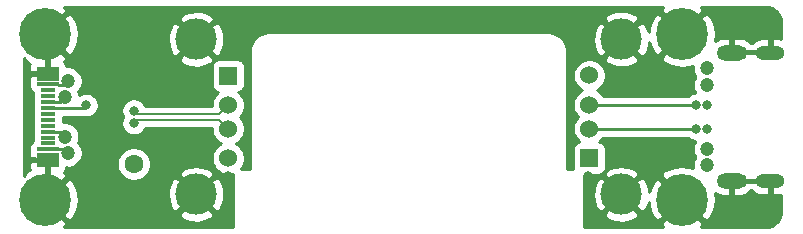
<source format=gbr>
%TF.GenerationSoftware,KiCad,Pcbnew,5.1.6-c6e7f7d~87~ubuntu18.04.1*%
%TF.CreationDate,2020-09-20T16:09:31-04:00*%
%TF.ProjectId,bt500-usbc,62743530-302d-4757-9362-632e6b696361,rev?*%
%TF.SameCoordinates,Original*%
%TF.FileFunction,Copper,L4,Bot*%
%TF.FilePolarity,Positive*%
%FSLAX46Y46*%
G04 Gerber Fmt 4.6, Leading zero omitted, Abs format (unit mm)*
G04 Created by KiCad (PCBNEW 5.1.6-c6e7f7d~87~ubuntu18.04.1) date 2020-09-20 16:09:31*
%MOMM*%
%LPD*%
G01*
G04 APERTURE LIST*
%TA.AperFunction,ComponentPad*%
%ADD10O,2.450000X1.225000*%
%TD*%
%TA.AperFunction,ComponentPad*%
%ADD11O,2.600000X1.300000*%
%TD*%
%TA.AperFunction,SMDPad,CuDef*%
%ADD12R,1.850000X0.300000*%
%TD*%
%TA.AperFunction,SMDPad,CuDef*%
%ADD13R,1.250000X0.300000*%
%TD*%
%TA.AperFunction,SMDPad,CuDef*%
%ADD14R,1.850000X1.180000*%
%TD*%
%TA.AperFunction,ComponentPad*%
%ADD15C,1.524000*%
%TD*%
%TA.AperFunction,ComponentPad*%
%ADD16R,1.524000X1.524000*%
%TD*%
%TA.AperFunction,ComponentPad*%
%ADD17C,3.500000*%
%TD*%
%TA.AperFunction,ComponentPad*%
%ADD18C,4.400000*%
%TD*%
%TA.AperFunction,ViaPad*%
%ADD19C,0.800000*%
%TD*%
%TA.AperFunction,ViaPad*%
%ADD20C,1.200000*%
%TD*%
%TA.AperFunction,ViaPad*%
%ADD21C,1.600000*%
%TD*%
%TA.AperFunction,Conductor*%
%ADD22C,0.250000*%
%TD*%
%TA.AperFunction,Conductor*%
%ADD23C,0.500000*%
%TD*%
%TA.AperFunction,Conductor*%
%ADD24C,0.200000*%
%TD*%
%TA.AperFunction,Conductor*%
%ADD25C,0.254000*%
%TD*%
G04 APERTURE END LIST*
D10*
%TO.P,J2,S3*%
%TO.N,/SHIELD*%
X181630000Y-101640000D03*
%TO.P,J2,S4*%
X181630000Y-90840000D03*
D11*
%TO.P,J2,S1*%
X178400000Y-101640000D03*
%TO.P,J2,S2*%
X178400000Y-90840000D03*
%TD*%
D12*
%TO.P,J1,B12*%
%TO.N,GND*%
X120475000Y-99000000D03*
D13*
%TO.P,J1,B11*%
%TO.N,Net-(J1-PadB11)*%
X120475000Y-98500000D03*
%TO.P,J1,B10*%
%TO.N,Net-(J1-PadB10)*%
X120475000Y-98000000D03*
%TO.P,J1,B9*%
%TO.N,VBUS*%
X120475000Y-97500000D03*
%TO.P,J1,B8*%
%TO.N,Net-(J1-PadB8)*%
X120475000Y-97000000D03*
%TO.P,J1,B7*%
%TO.N,N/C*%
X120475000Y-96500000D03*
%TO.P,J1,B6*%
X120475000Y-96000000D03*
%TO.P,J1,B5*%
%TO.N,Net-(J1-PadB5)*%
X120475000Y-95500000D03*
%TO.P,J1,B4*%
%TO.N,VBUS*%
X120475000Y-95000000D03*
%TO.P,J1,B3*%
%TO.N,Net-(J1-PadB3)*%
X120475000Y-94500000D03*
%TO.P,J1,B2*%
%TO.N,Net-(J1-PadB2)*%
X120475000Y-94000000D03*
D12*
%TO.P,J1,B1*%
%TO.N,GND*%
X120475000Y-93500000D03*
D14*
%TO.P,J1,S3*%
%TO.N,/SHIELD*%
X120475000Y-99890000D03*
%TO.P,J1,S4*%
X120475000Y-92610000D03*
%TD*%
D15*
%TO.P,P2,4*%
%TO.N,GND*%
X166328125Y-92740000D03*
%TO.P,P2,3*%
%TO.N,/UFP_D+*%
X166328125Y-95240000D03*
%TO.P,P2,2*%
%TO.N,/UFP_D-*%
X166328125Y-97240000D03*
D16*
%TO.P,P2,1*%
%TO.N,VBUS*%
X166328125Y-99740000D03*
D17*
%TO.P,P2,5*%
%TO.N,/SHIELD*%
X169038125Y-102810000D03*
X169038125Y-89670000D03*
%TD*%
D15*
%TO.P,P1,4*%
%TO.N,GND*%
X135750000Y-99750000D03*
%TO.P,P1,3*%
%TO.N,/DFP_D+*%
X135750000Y-97250000D03*
%TO.P,P1,2*%
%TO.N,/DFP_D-*%
X135750000Y-95250000D03*
D16*
%TO.P,P1,1*%
%TO.N,VBUS*%
X135750000Y-92750000D03*
D17*
%TO.P,P1,5*%
%TO.N,/SHIELD*%
X133040000Y-89680000D03*
X133040000Y-102820000D03*
%TD*%
D18*
%TO.P,H4,1*%
%TO.N,/SHIELD*%
X174172000Y-103250000D03*
%TD*%
%TO.P,H3,1*%
%TO.N,/SHIELD*%
X174172000Y-89250000D03*
%TD*%
%TO.P,H2,1*%
%TO.N,/SHIELD*%
X120250000Y-103250000D03*
%TD*%
%TO.P,H1,1*%
%TO.N,/SHIELD*%
X120250000Y-89250000D03*
%TD*%
D19*
%TO.N,Net-(J1-PadB5)*%
X123750000Y-95250000D03*
%TO.N,/SHIELD*%
X135750000Y-105250000D03*
X135750000Y-104250000D03*
X135750000Y-103250000D03*
X135750000Y-102250000D03*
X135750000Y-101250000D03*
X166250000Y-105250000D03*
X166250000Y-104250000D03*
X166250000Y-103250000D03*
X166250000Y-102250000D03*
X166250000Y-101250000D03*
D20*
%TO.N,GND*%
X176328125Y-92150000D03*
X122200002Y-99302420D03*
X122200002Y-93197580D03*
X176328125Y-100350000D03*
D21*
X127750000Y-100250000D03*
D20*
%TO.N,VBUS*%
X176328125Y-93550000D03*
X176328125Y-98950000D03*
X121900002Y-94575000D03*
X121900002Y-97925000D03*
D19*
%TO.N,/DFP_D-*%
X127750000Y-95725000D03*
%TO.N,/DFP_D+*%
X127750000Y-96775000D03*
%TO.N,/UFP_D-*%
X175328125Y-97250000D03*
X176328125Y-95250000D03*
%TO.N,/UFP_D+*%
X176328125Y-97250000D03*
X175328125Y-95250000D03*
%TD*%
D22*
%TO.N,Net-(J1-PadB5)*%
X123500000Y-95500000D02*
X123750000Y-95250000D01*
X120475000Y-95500000D02*
X123500000Y-95500000D01*
D23*
%TO.N,/SHIELD*%
X120475000Y-103025000D02*
X120250000Y-103250000D01*
X120475000Y-89475000D02*
X120250000Y-89250000D01*
X120475000Y-92610000D02*
X120475000Y-89475000D01*
X120475000Y-99890000D02*
X120475000Y-103025000D01*
D22*
%TO.N,GND*%
X122200002Y-93197580D02*
X121872581Y-93525001D01*
X121660001Y-93525001D02*
X121360003Y-93525001D01*
X121872581Y-93525001D02*
X121660001Y-93525001D01*
X121872581Y-98974999D02*
X121360003Y-98974999D01*
X122200002Y-99302420D02*
X121872581Y-98974999D01*
%TO.N,VBUS*%
X121475002Y-97500000D02*
X121900002Y-97925000D01*
X120475000Y-97500000D02*
X121475002Y-97500000D01*
X121475002Y-95000000D02*
X121900002Y-94575000D01*
X120475000Y-95000000D02*
X121475002Y-95000000D01*
D24*
%TO.N,/DFP_D-*%
X128050000Y-96025000D02*
X134975000Y-96025000D01*
X127750000Y-95725000D02*
X128050000Y-96025000D01*
X134975000Y-96025000D02*
X135750000Y-95250000D01*
%TO.N,/DFP_D+*%
X134975000Y-96475000D02*
X135750000Y-97250000D01*
X127750000Y-96775000D02*
X128050000Y-96475000D01*
X128050000Y-96475000D02*
X134975000Y-96475000D01*
D22*
%TO.N,/UFP_D-*%
X175328125Y-97250000D02*
X166338125Y-97250000D01*
%TO.N,/UFP_D+*%
X175328125Y-95250000D02*
X166338125Y-95250000D01*
%TD*%
D25*
%TO.N,/SHIELD*%
G36*
X174668351Y-98053937D02*
G01*
X174837869Y-98167205D01*
X175026227Y-98245226D01*
X175226186Y-98285000D01*
X175287142Y-98285000D01*
X175233682Y-98365008D01*
X175140585Y-98589764D01*
X175093125Y-98828363D01*
X175093125Y-99071637D01*
X175140585Y-99310236D01*
X175233682Y-99534992D01*
X175310528Y-99650000D01*
X175233682Y-99765008D01*
X175140585Y-99989764D01*
X175093125Y-100228363D01*
X175093125Y-100471637D01*
X175113127Y-100572192D01*
X174712867Y-100453099D01*
X174156826Y-100401322D01*
X173601368Y-100459019D01*
X173067839Y-100623972D01*
X172601976Y-100872982D01*
X172361830Y-101260225D01*
X174172000Y-103070395D01*
X174186143Y-103056253D01*
X174365748Y-103235858D01*
X174351605Y-103250000D01*
X176161775Y-105060170D01*
X176549018Y-104820024D01*
X176809641Y-104326123D01*
X176968901Y-103790867D01*
X177020678Y-103234826D01*
X176962981Y-102679368D01*
X176955278Y-102654454D01*
X177140919Y-102778585D01*
X177374749Y-102875533D01*
X177623000Y-102925000D01*
X178273000Y-102925000D01*
X178273000Y-101767000D01*
X178527000Y-101767000D01*
X178527000Y-102925000D01*
X179177000Y-102925000D01*
X179425251Y-102875533D01*
X179659081Y-102778585D01*
X179869505Y-102637882D01*
X180048436Y-102458830D01*
X180057878Y-102444689D01*
X180218830Y-102606701D01*
X180422770Y-102743939D01*
X180649565Y-102838753D01*
X180890500Y-102887500D01*
X181503000Y-102887500D01*
X181503000Y-101767000D01*
X178527000Y-101767000D01*
X178273000Y-101767000D01*
X178253000Y-101767000D01*
X178253000Y-101543653D01*
X178266594Y-101550919D01*
X178395717Y-101590088D01*
X178530000Y-101603314D01*
X178563647Y-101600000D01*
X181777000Y-101600000D01*
X181777000Y-101767000D01*
X181757000Y-101767000D01*
X181757000Y-102887500D01*
X182369500Y-102887500D01*
X182565000Y-102847946D01*
X182565001Y-104216485D01*
X182536733Y-104504782D01*
X182462741Y-104749855D01*
X182342554Y-104975893D01*
X182180754Y-105174279D01*
X181983503Y-105337460D01*
X181758310Y-105459221D01*
X181513753Y-105534924D01*
X181227602Y-105565000D01*
X175780484Y-105565000D01*
X175982170Y-105239775D01*
X174172000Y-103429605D01*
X172361830Y-105239775D01*
X172563516Y-105565000D01*
X165877000Y-105565000D01*
X165877000Y-104479609D01*
X167548122Y-104479609D01*
X167734198Y-104820766D01*
X168151534Y-105036513D01*
X168602940Y-105166696D01*
X169071071Y-105206313D01*
X169537936Y-105153842D01*
X169985593Y-105011297D01*
X170342052Y-104820766D01*
X170528128Y-104479609D01*
X169038125Y-102989605D01*
X167548122Y-104479609D01*
X165877000Y-104479609D01*
X165877000Y-102842946D01*
X166641812Y-102842946D01*
X166694283Y-103309811D01*
X166836828Y-103757468D01*
X167027359Y-104113927D01*
X167368516Y-104300003D01*
X168858520Y-102810000D01*
X169217730Y-102810000D01*
X170707734Y-104300003D01*
X171048891Y-104113927D01*
X171264638Y-103696591D01*
X171340729Y-103432749D01*
X171381019Y-103820632D01*
X171545972Y-104354161D01*
X171794982Y-104820024D01*
X172182225Y-105060170D01*
X173992395Y-103250000D01*
X172182225Y-101439830D01*
X171794982Y-101679976D01*
X171534359Y-102173877D01*
X171412628Y-102583001D01*
X171381967Y-102310189D01*
X171239422Y-101862532D01*
X171048891Y-101506073D01*
X170707734Y-101319997D01*
X169217730Y-102810000D01*
X168858520Y-102810000D01*
X167368516Y-101319997D01*
X167027359Y-101506073D01*
X166811612Y-101923409D01*
X166681429Y-102374815D01*
X166641812Y-102842946D01*
X165877000Y-102842946D01*
X165877000Y-101140391D01*
X167548122Y-101140391D01*
X169038125Y-102630395D01*
X170528128Y-101140391D01*
X170342052Y-100799234D01*
X169924716Y-100583487D01*
X169473310Y-100453304D01*
X169005179Y-100413687D01*
X168538314Y-100466158D01*
X168090657Y-100608703D01*
X167734198Y-100799234D01*
X167548122Y-101140391D01*
X165877000Y-101140391D01*
X165877000Y-101140072D01*
X167090125Y-101140072D01*
X167214607Y-101127812D01*
X167334305Y-101091502D01*
X167444619Y-101032537D01*
X167541310Y-100953185D01*
X167620662Y-100856494D01*
X167679627Y-100746180D01*
X167715937Y-100626482D01*
X167728197Y-100502000D01*
X167728197Y-98978000D01*
X167715937Y-98853518D01*
X167679627Y-98733820D01*
X167620662Y-98623506D01*
X167541310Y-98526815D01*
X167444619Y-98447463D01*
X167334305Y-98388498D01*
X167214607Y-98352188D01*
X167182833Y-98349059D01*
X167218660Y-98325120D01*
X167413245Y-98130535D01*
X167493784Y-98010000D01*
X174624414Y-98010000D01*
X174668351Y-98053937D01*
G37*
X174668351Y-98053937D02*
X174837869Y-98167205D01*
X175026227Y-98245226D01*
X175226186Y-98285000D01*
X175287142Y-98285000D01*
X175233682Y-98365008D01*
X175140585Y-98589764D01*
X175093125Y-98828363D01*
X175093125Y-99071637D01*
X175140585Y-99310236D01*
X175233682Y-99534992D01*
X175310528Y-99650000D01*
X175233682Y-99765008D01*
X175140585Y-99989764D01*
X175093125Y-100228363D01*
X175093125Y-100471637D01*
X175113127Y-100572192D01*
X174712867Y-100453099D01*
X174156826Y-100401322D01*
X173601368Y-100459019D01*
X173067839Y-100623972D01*
X172601976Y-100872982D01*
X172361830Y-101260225D01*
X174172000Y-103070395D01*
X174186143Y-103056253D01*
X174365748Y-103235858D01*
X174351605Y-103250000D01*
X176161775Y-105060170D01*
X176549018Y-104820024D01*
X176809641Y-104326123D01*
X176968901Y-103790867D01*
X177020678Y-103234826D01*
X176962981Y-102679368D01*
X176955278Y-102654454D01*
X177140919Y-102778585D01*
X177374749Y-102875533D01*
X177623000Y-102925000D01*
X178273000Y-102925000D01*
X178273000Y-101767000D01*
X178527000Y-101767000D01*
X178527000Y-102925000D01*
X179177000Y-102925000D01*
X179425251Y-102875533D01*
X179659081Y-102778585D01*
X179869505Y-102637882D01*
X180048436Y-102458830D01*
X180057878Y-102444689D01*
X180218830Y-102606701D01*
X180422770Y-102743939D01*
X180649565Y-102838753D01*
X180890500Y-102887500D01*
X181503000Y-102887500D01*
X181503000Y-101767000D01*
X178527000Y-101767000D01*
X178273000Y-101767000D01*
X178253000Y-101767000D01*
X178253000Y-101543653D01*
X178266594Y-101550919D01*
X178395717Y-101590088D01*
X178530000Y-101603314D01*
X178563647Y-101600000D01*
X181777000Y-101600000D01*
X181777000Y-101767000D01*
X181757000Y-101767000D01*
X181757000Y-102887500D01*
X182369500Y-102887500D01*
X182565000Y-102847946D01*
X182565001Y-104216485D01*
X182536733Y-104504782D01*
X182462741Y-104749855D01*
X182342554Y-104975893D01*
X182180754Y-105174279D01*
X181983503Y-105337460D01*
X181758310Y-105459221D01*
X181513753Y-105534924D01*
X181227602Y-105565000D01*
X175780484Y-105565000D01*
X175982170Y-105239775D01*
X174172000Y-103429605D01*
X172361830Y-105239775D01*
X172563516Y-105565000D01*
X165877000Y-105565000D01*
X165877000Y-104479609D01*
X167548122Y-104479609D01*
X167734198Y-104820766D01*
X168151534Y-105036513D01*
X168602940Y-105166696D01*
X169071071Y-105206313D01*
X169537936Y-105153842D01*
X169985593Y-105011297D01*
X170342052Y-104820766D01*
X170528128Y-104479609D01*
X169038125Y-102989605D01*
X167548122Y-104479609D01*
X165877000Y-104479609D01*
X165877000Y-102842946D01*
X166641812Y-102842946D01*
X166694283Y-103309811D01*
X166836828Y-103757468D01*
X167027359Y-104113927D01*
X167368516Y-104300003D01*
X168858520Y-102810000D01*
X169217730Y-102810000D01*
X170707734Y-104300003D01*
X171048891Y-104113927D01*
X171264638Y-103696591D01*
X171340729Y-103432749D01*
X171381019Y-103820632D01*
X171545972Y-104354161D01*
X171794982Y-104820024D01*
X172182225Y-105060170D01*
X173992395Y-103250000D01*
X172182225Y-101439830D01*
X171794982Y-101679976D01*
X171534359Y-102173877D01*
X171412628Y-102583001D01*
X171381967Y-102310189D01*
X171239422Y-101862532D01*
X171048891Y-101506073D01*
X170707734Y-101319997D01*
X169217730Y-102810000D01*
X168858520Y-102810000D01*
X167368516Y-101319997D01*
X167027359Y-101506073D01*
X166811612Y-101923409D01*
X166681429Y-102374815D01*
X166641812Y-102842946D01*
X165877000Y-102842946D01*
X165877000Y-101140391D01*
X167548122Y-101140391D01*
X169038125Y-102630395D01*
X170528128Y-101140391D01*
X170342052Y-100799234D01*
X169924716Y-100583487D01*
X169473310Y-100453304D01*
X169005179Y-100413687D01*
X168538314Y-100466158D01*
X168090657Y-100608703D01*
X167734198Y-100799234D01*
X167548122Y-101140391D01*
X165877000Y-101140391D01*
X165877000Y-101140072D01*
X167090125Y-101140072D01*
X167214607Y-101127812D01*
X167334305Y-101091502D01*
X167444619Y-101032537D01*
X167541310Y-100953185D01*
X167620662Y-100856494D01*
X167679627Y-100746180D01*
X167715937Y-100626482D01*
X167728197Y-100502000D01*
X167728197Y-98978000D01*
X167715937Y-98853518D01*
X167679627Y-98733820D01*
X167620662Y-98623506D01*
X167541310Y-98526815D01*
X167444619Y-98447463D01*
X167334305Y-98388498D01*
X167214607Y-98352188D01*
X167182833Y-98349059D01*
X167218660Y-98325120D01*
X167413245Y-98130535D01*
X167493784Y-98010000D01*
X174624414Y-98010000D01*
X174668351Y-98053937D01*
G36*
X172361830Y-87260225D02*
G01*
X174172000Y-89070395D01*
X175982170Y-87260225D01*
X175780484Y-86935000D01*
X181216495Y-86935000D01*
X181504782Y-86963267D01*
X181749855Y-87037259D01*
X181975890Y-87157443D01*
X182174281Y-87319248D01*
X182337460Y-87516497D01*
X182459220Y-87741687D01*
X182534924Y-87986247D01*
X182565000Y-88272398D01*
X182565001Y-89632055D01*
X182369500Y-89592500D01*
X181757000Y-89592500D01*
X181757000Y-90713000D01*
X181777000Y-90713000D01*
X181777000Y-90880000D01*
X178563647Y-90880000D01*
X178530000Y-90876686D01*
X178496353Y-90880000D01*
X178395717Y-90889912D01*
X178266594Y-90929081D01*
X178253000Y-90936347D01*
X178253000Y-90713000D01*
X178273000Y-90713000D01*
X178273000Y-89555000D01*
X178527000Y-89555000D01*
X178527000Y-90713000D01*
X181503000Y-90713000D01*
X181503000Y-89592500D01*
X180890500Y-89592500D01*
X180649565Y-89641247D01*
X180422770Y-89736061D01*
X180218830Y-89873299D01*
X180057878Y-90035311D01*
X180048436Y-90021170D01*
X179869505Y-89842118D01*
X179659081Y-89701415D01*
X179425251Y-89604467D01*
X179177000Y-89555000D01*
X178527000Y-89555000D01*
X178273000Y-89555000D01*
X177623000Y-89555000D01*
X177374749Y-89604467D01*
X177140919Y-89701415D01*
X176959403Y-89822788D01*
X176968901Y-89790867D01*
X177020678Y-89234826D01*
X176962981Y-88679368D01*
X176798028Y-88145839D01*
X176549018Y-87679976D01*
X176161775Y-87439830D01*
X174351605Y-89250000D01*
X174365748Y-89264143D01*
X174186143Y-89443748D01*
X174172000Y-89429605D01*
X172361830Y-91239775D01*
X172601976Y-91627018D01*
X173095877Y-91887641D01*
X173631133Y-92046901D01*
X174187174Y-92098678D01*
X174742632Y-92040981D01*
X175113418Y-91926344D01*
X175093125Y-92028363D01*
X175093125Y-92271637D01*
X175140585Y-92510236D01*
X175233682Y-92734992D01*
X175310528Y-92850000D01*
X175233682Y-92965008D01*
X175140585Y-93189764D01*
X175093125Y-93428363D01*
X175093125Y-93671637D01*
X175140585Y-93910236D01*
X175233682Y-94134992D01*
X175287142Y-94215000D01*
X175226186Y-94215000D01*
X175026227Y-94254774D01*
X174837869Y-94332795D01*
X174668351Y-94446063D01*
X174624414Y-94490000D01*
X167507148Y-94490000D01*
X167413245Y-94349465D01*
X167218660Y-94154880D01*
X166989852Y-94001995D01*
X166960894Y-93990000D01*
X166989852Y-93978005D01*
X167218660Y-93825120D01*
X167413245Y-93630535D01*
X167566130Y-93401727D01*
X167671439Y-93147490D01*
X167725125Y-92877592D01*
X167725125Y-92602408D01*
X167671439Y-92332510D01*
X167566130Y-92078273D01*
X167413245Y-91849465D01*
X167218660Y-91654880D01*
X166989852Y-91501995D01*
X166735615Y-91396686D01*
X166465717Y-91343000D01*
X166190533Y-91343000D01*
X165920635Y-91396686D01*
X165666398Y-91501995D01*
X165437590Y-91654880D01*
X165243005Y-91849465D01*
X165090120Y-92078273D01*
X164984811Y-92332510D01*
X164931125Y-92602408D01*
X164931125Y-92877592D01*
X164984811Y-93147490D01*
X165090120Y-93401727D01*
X165243005Y-93630535D01*
X165437590Y-93825120D01*
X165666398Y-93978005D01*
X165695356Y-93990000D01*
X165666398Y-94001995D01*
X165437590Y-94154880D01*
X165243005Y-94349465D01*
X165090120Y-94578273D01*
X164984811Y-94832510D01*
X164931125Y-95102408D01*
X164931125Y-95377592D01*
X164984811Y-95647490D01*
X165090120Y-95901727D01*
X165243005Y-96130535D01*
X165352470Y-96240000D01*
X165243005Y-96349465D01*
X165090120Y-96578273D01*
X164984811Y-96832510D01*
X164931125Y-97102408D01*
X164931125Y-97377592D01*
X164984811Y-97647490D01*
X165090120Y-97901727D01*
X165243005Y-98130535D01*
X165437590Y-98325120D01*
X165473417Y-98349059D01*
X165441643Y-98352188D01*
X165321945Y-98388498D01*
X165211631Y-98447463D01*
X165114940Y-98526815D01*
X165035588Y-98623506D01*
X164976623Y-98733820D01*
X164940313Y-98853518D01*
X164928053Y-98978000D01*
X164928053Y-100502000D01*
X164939970Y-100623000D01*
X164435000Y-100623000D01*
X164435000Y-91339609D01*
X167548122Y-91339609D01*
X167734198Y-91680766D01*
X168151534Y-91896513D01*
X168602940Y-92026696D01*
X169071071Y-92066313D01*
X169537936Y-92013842D01*
X169985593Y-91871297D01*
X170342052Y-91680766D01*
X170528128Y-91339609D01*
X169038125Y-89849605D01*
X167548122Y-91339609D01*
X164435000Y-91339609D01*
X164435000Y-90716353D01*
X164432113Y-90687045D01*
X164432156Y-90680933D01*
X164431223Y-90671415D01*
X164410822Y-90477318D01*
X164398339Y-90416504D01*
X164386705Y-90355519D01*
X164383941Y-90346363D01*
X164326229Y-90159925D01*
X164302170Y-90102692D01*
X164278913Y-90045127D01*
X164274423Y-90036682D01*
X164181598Y-89865006D01*
X164146878Y-89813532D01*
X164112883Y-89761582D01*
X164106838Y-89754170D01*
X164064462Y-89702946D01*
X166641812Y-89702946D01*
X166694283Y-90169811D01*
X166836828Y-90617468D01*
X167027359Y-90973927D01*
X167368516Y-91160003D01*
X168858520Y-89670000D01*
X169217730Y-89670000D01*
X170707734Y-91160003D01*
X171048891Y-90973927D01*
X171264638Y-90556591D01*
X171394821Y-90105185D01*
X171410761Y-89916831D01*
X171545972Y-90354161D01*
X171794982Y-90820024D01*
X172182225Y-91060170D01*
X173992395Y-89250000D01*
X172182225Y-87439830D01*
X171794982Y-87679976D01*
X171534359Y-88173877D01*
X171375099Y-88709133D01*
X171343435Y-89049180D01*
X171239422Y-88722532D01*
X171048891Y-88366073D01*
X170707734Y-88179997D01*
X169217730Y-89670000D01*
X168858520Y-89670000D01*
X167368516Y-88179997D01*
X167027359Y-88366073D01*
X166811612Y-88783409D01*
X166681429Y-89234815D01*
X166641812Y-89702946D01*
X164064462Y-89702946D01*
X163982435Y-89603793D01*
X163938362Y-89560027D01*
X163894943Y-89515689D01*
X163887574Y-89509592D01*
X163736332Y-89386242D01*
X163684614Y-89351881D01*
X163633393Y-89316809D01*
X163624980Y-89312260D01*
X163452657Y-89220635D01*
X163395261Y-89196978D01*
X163338193Y-89172519D01*
X163329057Y-89169690D01*
X163142220Y-89113281D01*
X163081302Y-89101219D01*
X163020590Y-89088314D01*
X163011078Y-89087314D01*
X162816845Y-89068269D01*
X162816837Y-89068269D01*
X162783647Y-89065000D01*
X139216353Y-89065000D01*
X139187045Y-89067887D01*
X139180933Y-89067844D01*
X139171415Y-89068777D01*
X138977318Y-89089178D01*
X138916504Y-89101661D01*
X138855519Y-89113295D01*
X138846363Y-89116059D01*
X138659925Y-89173771D01*
X138602692Y-89197830D01*
X138545127Y-89221087D01*
X138536682Y-89225577D01*
X138365006Y-89318402D01*
X138313532Y-89353122D01*
X138261582Y-89387117D01*
X138254170Y-89393162D01*
X138103793Y-89517565D01*
X138060027Y-89561638D01*
X138015689Y-89605057D01*
X138009592Y-89612426D01*
X137886242Y-89763668D01*
X137851881Y-89815386D01*
X137816809Y-89866607D01*
X137812260Y-89875020D01*
X137720635Y-90047343D01*
X137696978Y-90104739D01*
X137672519Y-90161807D01*
X137669690Y-90170943D01*
X137613281Y-90357780D01*
X137601219Y-90418698D01*
X137588314Y-90479410D01*
X137587314Y-90488922D01*
X137568269Y-90683155D01*
X137568269Y-90683173D01*
X137565001Y-90716353D01*
X137565000Y-100623000D01*
X136846837Y-100623000D01*
X136988005Y-100411727D01*
X137093314Y-100157490D01*
X137147000Y-99887592D01*
X137147000Y-99612408D01*
X137093314Y-99342510D01*
X136988005Y-99088273D01*
X136835120Y-98859465D01*
X136640535Y-98664880D01*
X136411727Y-98511995D01*
X136382769Y-98500000D01*
X136411727Y-98488005D01*
X136640535Y-98335120D01*
X136835120Y-98140535D01*
X136988005Y-97911727D01*
X137093314Y-97657490D01*
X137147000Y-97387592D01*
X137147000Y-97112408D01*
X137093314Y-96842510D01*
X136988005Y-96588273D01*
X136835120Y-96359465D01*
X136725655Y-96250000D01*
X136835120Y-96140535D01*
X136988005Y-95911727D01*
X137093314Y-95657490D01*
X137147000Y-95387592D01*
X137147000Y-95112408D01*
X137093314Y-94842510D01*
X136988005Y-94588273D01*
X136835120Y-94359465D01*
X136640535Y-94164880D01*
X136604708Y-94140941D01*
X136636482Y-94137812D01*
X136756180Y-94101502D01*
X136866494Y-94042537D01*
X136963185Y-93963185D01*
X137042537Y-93866494D01*
X137101502Y-93756180D01*
X137137812Y-93636482D01*
X137150072Y-93512000D01*
X137150072Y-91988000D01*
X137137812Y-91863518D01*
X137101502Y-91743820D01*
X137042537Y-91633506D01*
X136963185Y-91536815D01*
X136866494Y-91457463D01*
X136756180Y-91398498D01*
X136636482Y-91362188D01*
X136512000Y-91349928D01*
X134988000Y-91349928D01*
X134863518Y-91362188D01*
X134743820Y-91398498D01*
X134633506Y-91457463D01*
X134536815Y-91536815D01*
X134457463Y-91633506D01*
X134398498Y-91743820D01*
X134362188Y-91863518D01*
X134349928Y-91988000D01*
X134349928Y-93512000D01*
X134362188Y-93636482D01*
X134398498Y-93756180D01*
X134457463Y-93866494D01*
X134536815Y-93963185D01*
X134633506Y-94042537D01*
X134743820Y-94101502D01*
X134863518Y-94137812D01*
X134895292Y-94140941D01*
X134859465Y-94164880D01*
X134664880Y-94359465D01*
X134511995Y-94588273D01*
X134406686Y-94842510D01*
X134353000Y-95112408D01*
X134353000Y-95290000D01*
X128690093Y-95290000D01*
X128667205Y-95234744D01*
X128553937Y-95065226D01*
X128409774Y-94921063D01*
X128240256Y-94807795D01*
X128051898Y-94729774D01*
X127851939Y-94690000D01*
X127648061Y-94690000D01*
X127448102Y-94729774D01*
X127259744Y-94807795D01*
X127090226Y-94921063D01*
X126946063Y-95065226D01*
X126832795Y-95234744D01*
X126754774Y-95423102D01*
X126715000Y-95623061D01*
X126715000Y-95826939D01*
X126754774Y-96026898D01*
X126832795Y-96215256D01*
X126856010Y-96250000D01*
X126832795Y-96284744D01*
X126754774Y-96473102D01*
X126715000Y-96673061D01*
X126715000Y-96876939D01*
X126754774Y-97076898D01*
X126832795Y-97265256D01*
X126946063Y-97434774D01*
X127090226Y-97578937D01*
X127259744Y-97692205D01*
X127448102Y-97770226D01*
X127648061Y-97810000D01*
X127851939Y-97810000D01*
X128051898Y-97770226D01*
X128240256Y-97692205D01*
X128409774Y-97578937D01*
X128553937Y-97434774D01*
X128667205Y-97265256D01*
X128690093Y-97210000D01*
X134353000Y-97210000D01*
X134353000Y-97387592D01*
X134406686Y-97657490D01*
X134511995Y-97911727D01*
X134664880Y-98140535D01*
X134859465Y-98335120D01*
X135088273Y-98488005D01*
X135117231Y-98500000D01*
X135088273Y-98511995D01*
X134859465Y-98664880D01*
X134664880Y-98859465D01*
X134511995Y-99088273D01*
X134406686Y-99342510D01*
X134353000Y-99612408D01*
X134353000Y-99887592D01*
X134406686Y-100157490D01*
X134511995Y-100411727D01*
X134664880Y-100640535D01*
X134859465Y-100835120D01*
X135088273Y-100988005D01*
X135342510Y-101093314D01*
X135612408Y-101147000D01*
X135887592Y-101147000D01*
X136123000Y-101100174D01*
X136123000Y-105565000D01*
X121858484Y-105565000D01*
X122060170Y-105239775D01*
X120250000Y-103429605D01*
X120235858Y-103443748D01*
X120056253Y-103264143D01*
X120070395Y-103250000D01*
X120429605Y-103250000D01*
X122239775Y-105060170D01*
X122627018Y-104820024D01*
X122801372Y-104489609D01*
X131549997Y-104489609D01*
X131736073Y-104830766D01*
X132153409Y-105046513D01*
X132604815Y-105176696D01*
X133072946Y-105216313D01*
X133539811Y-105163842D01*
X133987468Y-105021297D01*
X134343927Y-104830766D01*
X134530003Y-104489609D01*
X133040000Y-102999605D01*
X131549997Y-104489609D01*
X122801372Y-104489609D01*
X122887641Y-104326123D01*
X123046901Y-103790867D01*
X123098678Y-103234826D01*
X123059012Y-102852946D01*
X130643687Y-102852946D01*
X130696158Y-103319811D01*
X130838703Y-103767468D01*
X131029234Y-104123927D01*
X131370391Y-104310003D01*
X132860395Y-102820000D01*
X133219605Y-102820000D01*
X134709609Y-104310003D01*
X135050766Y-104123927D01*
X135266513Y-103706591D01*
X135396696Y-103255185D01*
X135436313Y-102787054D01*
X135383842Y-102320189D01*
X135241297Y-101872532D01*
X135050766Y-101516073D01*
X134709609Y-101329997D01*
X133219605Y-102820000D01*
X132860395Y-102820000D01*
X131370391Y-101329997D01*
X131029234Y-101516073D01*
X130813487Y-101933409D01*
X130683304Y-102384815D01*
X130643687Y-102852946D01*
X123059012Y-102852946D01*
X123040981Y-102679368D01*
X122876028Y-102145839D01*
X122627018Y-101679976D01*
X122239775Y-101439830D01*
X120429605Y-103250000D01*
X120070395Y-103250000D01*
X120056253Y-103235858D01*
X120235858Y-103056253D01*
X120250000Y-103070395D01*
X122060170Y-101260225D01*
X121853995Y-100927761D01*
X121930537Y-100834494D01*
X121989502Y-100724180D01*
X122025812Y-100604482D01*
X122033300Y-100528456D01*
X122078365Y-100537420D01*
X122321639Y-100537420D01*
X122560238Y-100489960D01*
X122784994Y-100396863D01*
X122987269Y-100261707D01*
X123140311Y-100108665D01*
X126315000Y-100108665D01*
X126315000Y-100391335D01*
X126370147Y-100668574D01*
X126478320Y-100929727D01*
X126635363Y-101164759D01*
X126835241Y-101364637D01*
X127070273Y-101521680D01*
X127331426Y-101629853D01*
X127608665Y-101685000D01*
X127891335Y-101685000D01*
X128168574Y-101629853D01*
X128429727Y-101521680D01*
X128664759Y-101364637D01*
X128864637Y-101164759D01*
X128874237Y-101150391D01*
X131549997Y-101150391D01*
X133040000Y-102640395D01*
X134530003Y-101150391D01*
X134343927Y-100809234D01*
X133926591Y-100593487D01*
X133475185Y-100463304D01*
X133007054Y-100423687D01*
X132540189Y-100476158D01*
X132092532Y-100618703D01*
X131736073Y-100809234D01*
X131549997Y-101150391D01*
X128874237Y-101150391D01*
X129021680Y-100929727D01*
X129129853Y-100668574D01*
X129185000Y-100391335D01*
X129185000Y-100108665D01*
X129129853Y-99831426D01*
X129021680Y-99570273D01*
X128864637Y-99335241D01*
X128664759Y-99135363D01*
X128429727Y-98978320D01*
X128168574Y-98870147D01*
X127891335Y-98815000D01*
X127608665Y-98815000D01*
X127331426Y-98870147D01*
X127070273Y-98978320D01*
X126835241Y-99135363D01*
X126635363Y-99335241D01*
X126478320Y-99570273D01*
X126370147Y-99831426D01*
X126315000Y-100108665D01*
X123140311Y-100108665D01*
X123159289Y-100089687D01*
X123294445Y-99887412D01*
X123387542Y-99662656D01*
X123435002Y-99424057D01*
X123435002Y-99180783D01*
X123387542Y-98942184D01*
X123294445Y-98717428D01*
X123159289Y-98515153D01*
X123041215Y-98397079D01*
X123087542Y-98285236D01*
X123135002Y-98046637D01*
X123135002Y-97803363D01*
X123087542Y-97564764D01*
X122994445Y-97340008D01*
X122859289Y-97137733D01*
X122687269Y-96965713D01*
X122484994Y-96830557D01*
X122260238Y-96737460D01*
X122021639Y-96690000D01*
X121778365Y-96690000D01*
X121733249Y-96698974D01*
X121738072Y-96650000D01*
X121738072Y-96350000D01*
X121729208Y-96260000D01*
X123462678Y-96260000D01*
X123500000Y-96263676D01*
X123527326Y-96260985D01*
X123648061Y-96285000D01*
X123851939Y-96285000D01*
X124051898Y-96245226D01*
X124240256Y-96167205D01*
X124409774Y-96053937D01*
X124553937Y-95909774D01*
X124667205Y-95740256D01*
X124745226Y-95551898D01*
X124785000Y-95351939D01*
X124785000Y-95148061D01*
X124745226Y-94948102D01*
X124667205Y-94759744D01*
X124553937Y-94590226D01*
X124409774Y-94446063D01*
X124240256Y-94332795D01*
X124051898Y-94254774D01*
X123851939Y-94215000D01*
X123648061Y-94215000D01*
X123448102Y-94254774D01*
X123259744Y-94332795D01*
X123128467Y-94420511D01*
X123087542Y-94214764D01*
X123041215Y-94102921D01*
X123159289Y-93984847D01*
X123294445Y-93782572D01*
X123387542Y-93557816D01*
X123435002Y-93319217D01*
X123435002Y-93075943D01*
X123387542Y-92837344D01*
X123294445Y-92612588D01*
X123159289Y-92410313D01*
X122987269Y-92238293D01*
X122784994Y-92103137D01*
X122560238Y-92010040D01*
X122321639Y-91962580D01*
X122078365Y-91962580D01*
X122033300Y-91971544D01*
X122025812Y-91895518D01*
X121989502Y-91775820D01*
X121930537Y-91665506D01*
X121853995Y-91572239D01*
X121992057Y-91349609D01*
X131549997Y-91349609D01*
X131736073Y-91690766D01*
X132153409Y-91906513D01*
X132604815Y-92036696D01*
X133072946Y-92076313D01*
X133539811Y-92023842D01*
X133987468Y-91881297D01*
X134343927Y-91690766D01*
X134530003Y-91349609D01*
X133040000Y-89859605D01*
X131549997Y-91349609D01*
X121992057Y-91349609D01*
X122060170Y-91239775D01*
X120250000Y-89429605D01*
X120235858Y-89443748D01*
X120056253Y-89264143D01*
X120070395Y-89250000D01*
X120429605Y-89250000D01*
X122239775Y-91060170D01*
X122627018Y-90820024D01*
X122887641Y-90326123D01*
X123046901Y-89790867D01*
X123054156Y-89712946D01*
X130643687Y-89712946D01*
X130696158Y-90179811D01*
X130838703Y-90627468D01*
X131029234Y-90983927D01*
X131370391Y-91170003D01*
X132860395Y-89680000D01*
X133219605Y-89680000D01*
X134709609Y-91170003D01*
X135050766Y-90983927D01*
X135266513Y-90566591D01*
X135396696Y-90115185D01*
X135436313Y-89647054D01*
X135383842Y-89180189D01*
X135241297Y-88732532D01*
X135050766Y-88376073D01*
X134709609Y-88189997D01*
X133219605Y-89680000D01*
X132860395Y-89680000D01*
X131370391Y-88189997D01*
X131029234Y-88376073D01*
X130813487Y-88793409D01*
X130683304Y-89244815D01*
X130643687Y-89712946D01*
X123054156Y-89712946D01*
X123098678Y-89234826D01*
X123040981Y-88679368D01*
X122876028Y-88145839D01*
X122803630Y-88010391D01*
X131549997Y-88010391D01*
X133040000Y-89500395D01*
X134530003Y-88010391D01*
X134524549Y-88000391D01*
X167548122Y-88000391D01*
X169038125Y-89490395D01*
X170528128Y-88000391D01*
X170342052Y-87659234D01*
X169924716Y-87443487D01*
X169473310Y-87313304D01*
X169005179Y-87273687D01*
X168538314Y-87326158D01*
X168090657Y-87468703D01*
X167734198Y-87659234D01*
X167548122Y-88000391D01*
X134524549Y-88000391D01*
X134343927Y-87669234D01*
X133926591Y-87453487D01*
X133475185Y-87323304D01*
X133007054Y-87283687D01*
X132540189Y-87336158D01*
X132092532Y-87478703D01*
X131736073Y-87669234D01*
X131549997Y-88010391D01*
X122803630Y-88010391D01*
X122627018Y-87679976D01*
X122239775Y-87439830D01*
X120429605Y-89250000D01*
X120070395Y-89250000D01*
X120056253Y-89235858D01*
X120235858Y-89056253D01*
X120250000Y-89070395D01*
X122060170Y-87260225D01*
X121858484Y-86935000D01*
X172563516Y-86935000D01*
X172361830Y-87260225D01*
G37*
X172361830Y-87260225D02*
X174172000Y-89070395D01*
X175982170Y-87260225D01*
X175780484Y-86935000D01*
X181216495Y-86935000D01*
X181504782Y-86963267D01*
X181749855Y-87037259D01*
X181975890Y-87157443D01*
X182174281Y-87319248D01*
X182337460Y-87516497D01*
X182459220Y-87741687D01*
X182534924Y-87986247D01*
X182565000Y-88272398D01*
X182565001Y-89632055D01*
X182369500Y-89592500D01*
X181757000Y-89592500D01*
X181757000Y-90713000D01*
X181777000Y-90713000D01*
X181777000Y-90880000D01*
X178563647Y-90880000D01*
X178530000Y-90876686D01*
X178496353Y-90880000D01*
X178395717Y-90889912D01*
X178266594Y-90929081D01*
X178253000Y-90936347D01*
X178253000Y-90713000D01*
X178273000Y-90713000D01*
X178273000Y-89555000D01*
X178527000Y-89555000D01*
X178527000Y-90713000D01*
X181503000Y-90713000D01*
X181503000Y-89592500D01*
X180890500Y-89592500D01*
X180649565Y-89641247D01*
X180422770Y-89736061D01*
X180218830Y-89873299D01*
X180057878Y-90035311D01*
X180048436Y-90021170D01*
X179869505Y-89842118D01*
X179659081Y-89701415D01*
X179425251Y-89604467D01*
X179177000Y-89555000D01*
X178527000Y-89555000D01*
X178273000Y-89555000D01*
X177623000Y-89555000D01*
X177374749Y-89604467D01*
X177140919Y-89701415D01*
X176959403Y-89822788D01*
X176968901Y-89790867D01*
X177020678Y-89234826D01*
X176962981Y-88679368D01*
X176798028Y-88145839D01*
X176549018Y-87679976D01*
X176161775Y-87439830D01*
X174351605Y-89250000D01*
X174365748Y-89264143D01*
X174186143Y-89443748D01*
X174172000Y-89429605D01*
X172361830Y-91239775D01*
X172601976Y-91627018D01*
X173095877Y-91887641D01*
X173631133Y-92046901D01*
X174187174Y-92098678D01*
X174742632Y-92040981D01*
X175113418Y-91926344D01*
X175093125Y-92028363D01*
X175093125Y-92271637D01*
X175140585Y-92510236D01*
X175233682Y-92734992D01*
X175310528Y-92850000D01*
X175233682Y-92965008D01*
X175140585Y-93189764D01*
X175093125Y-93428363D01*
X175093125Y-93671637D01*
X175140585Y-93910236D01*
X175233682Y-94134992D01*
X175287142Y-94215000D01*
X175226186Y-94215000D01*
X175026227Y-94254774D01*
X174837869Y-94332795D01*
X174668351Y-94446063D01*
X174624414Y-94490000D01*
X167507148Y-94490000D01*
X167413245Y-94349465D01*
X167218660Y-94154880D01*
X166989852Y-94001995D01*
X166960894Y-93990000D01*
X166989852Y-93978005D01*
X167218660Y-93825120D01*
X167413245Y-93630535D01*
X167566130Y-93401727D01*
X167671439Y-93147490D01*
X167725125Y-92877592D01*
X167725125Y-92602408D01*
X167671439Y-92332510D01*
X167566130Y-92078273D01*
X167413245Y-91849465D01*
X167218660Y-91654880D01*
X166989852Y-91501995D01*
X166735615Y-91396686D01*
X166465717Y-91343000D01*
X166190533Y-91343000D01*
X165920635Y-91396686D01*
X165666398Y-91501995D01*
X165437590Y-91654880D01*
X165243005Y-91849465D01*
X165090120Y-92078273D01*
X164984811Y-92332510D01*
X164931125Y-92602408D01*
X164931125Y-92877592D01*
X164984811Y-93147490D01*
X165090120Y-93401727D01*
X165243005Y-93630535D01*
X165437590Y-93825120D01*
X165666398Y-93978005D01*
X165695356Y-93990000D01*
X165666398Y-94001995D01*
X165437590Y-94154880D01*
X165243005Y-94349465D01*
X165090120Y-94578273D01*
X164984811Y-94832510D01*
X164931125Y-95102408D01*
X164931125Y-95377592D01*
X164984811Y-95647490D01*
X165090120Y-95901727D01*
X165243005Y-96130535D01*
X165352470Y-96240000D01*
X165243005Y-96349465D01*
X165090120Y-96578273D01*
X164984811Y-96832510D01*
X164931125Y-97102408D01*
X164931125Y-97377592D01*
X164984811Y-97647490D01*
X165090120Y-97901727D01*
X165243005Y-98130535D01*
X165437590Y-98325120D01*
X165473417Y-98349059D01*
X165441643Y-98352188D01*
X165321945Y-98388498D01*
X165211631Y-98447463D01*
X165114940Y-98526815D01*
X165035588Y-98623506D01*
X164976623Y-98733820D01*
X164940313Y-98853518D01*
X164928053Y-98978000D01*
X164928053Y-100502000D01*
X164939970Y-100623000D01*
X164435000Y-100623000D01*
X164435000Y-91339609D01*
X167548122Y-91339609D01*
X167734198Y-91680766D01*
X168151534Y-91896513D01*
X168602940Y-92026696D01*
X169071071Y-92066313D01*
X169537936Y-92013842D01*
X169985593Y-91871297D01*
X170342052Y-91680766D01*
X170528128Y-91339609D01*
X169038125Y-89849605D01*
X167548122Y-91339609D01*
X164435000Y-91339609D01*
X164435000Y-90716353D01*
X164432113Y-90687045D01*
X164432156Y-90680933D01*
X164431223Y-90671415D01*
X164410822Y-90477318D01*
X164398339Y-90416504D01*
X164386705Y-90355519D01*
X164383941Y-90346363D01*
X164326229Y-90159925D01*
X164302170Y-90102692D01*
X164278913Y-90045127D01*
X164274423Y-90036682D01*
X164181598Y-89865006D01*
X164146878Y-89813532D01*
X164112883Y-89761582D01*
X164106838Y-89754170D01*
X164064462Y-89702946D01*
X166641812Y-89702946D01*
X166694283Y-90169811D01*
X166836828Y-90617468D01*
X167027359Y-90973927D01*
X167368516Y-91160003D01*
X168858520Y-89670000D01*
X169217730Y-89670000D01*
X170707734Y-91160003D01*
X171048891Y-90973927D01*
X171264638Y-90556591D01*
X171394821Y-90105185D01*
X171410761Y-89916831D01*
X171545972Y-90354161D01*
X171794982Y-90820024D01*
X172182225Y-91060170D01*
X173992395Y-89250000D01*
X172182225Y-87439830D01*
X171794982Y-87679976D01*
X171534359Y-88173877D01*
X171375099Y-88709133D01*
X171343435Y-89049180D01*
X171239422Y-88722532D01*
X171048891Y-88366073D01*
X170707734Y-88179997D01*
X169217730Y-89670000D01*
X168858520Y-89670000D01*
X167368516Y-88179997D01*
X167027359Y-88366073D01*
X166811612Y-88783409D01*
X166681429Y-89234815D01*
X166641812Y-89702946D01*
X164064462Y-89702946D01*
X163982435Y-89603793D01*
X163938362Y-89560027D01*
X163894943Y-89515689D01*
X163887574Y-89509592D01*
X163736332Y-89386242D01*
X163684614Y-89351881D01*
X163633393Y-89316809D01*
X163624980Y-89312260D01*
X163452657Y-89220635D01*
X163395261Y-89196978D01*
X163338193Y-89172519D01*
X163329057Y-89169690D01*
X163142220Y-89113281D01*
X163081302Y-89101219D01*
X163020590Y-89088314D01*
X163011078Y-89087314D01*
X162816845Y-89068269D01*
X162816837Y-89068269D01*
X162783647Y-89065000D01*
X139216353Y-89065000D01*
X139187045Y-89067887D01*
X139180933Y-89067844D01*
X139171415Y-89068777D01*
X138977318Y-89089178D01*
X138916504Y-89101661D01*
X138855519Y-89113295D01*
X138846363Y-89116059D01*
X138659925Y-89173771D01*
X138602692Y-89197830D01*
X138545127Y-89221087D01*
X138536682Y-89225577D01*
X138365006Y-89318402D01*
X138313532Y-89353122D01*
X138261582Y-89387117D01*
X138254170Y-89393162D01*
X138103793Y-89517565D01*
X138060027Y-89561638D01*
X138015689Y-89605057D01*
X138009592Y-89612426D01*
X137886242Y-89763668D01*
X137851881Y-89815386D01*
X137816809Y-89866607D01*
X137812260Y-89875020D01*
X137720635Y-90047343D01*
X137696978Y-90104739D01*
X137672519Y-90161807D01*
X137669690Y-90170943D01*
X137613281Y-90357780D01*
X137601219Y-90418698D01*
X137588314Y-90479410D01*
X137587314Y-90488922D01*
X137568269Y-90683155D01*
X137568269Y-90683173D01*
X137565001Y-90716353D01*
X137565000Y-100623000D01*
X136846837Y-100623000D01*
X136988005Y-100411727D01*
X137093314Y-100157490D01*
X137147000Y-99887592D01*
X137147000Y-99612408D01*
X137093314Y-99342510D01*
X136988005Y-99088273D01*
X136835120Y-98859465D01*
X136640535Y-98664880D01*
X136411727Y-98511995D01*
X136382769Y-98500000D01*
X136411727Y-98488005D01*
X136640535Y-98335120D01*
X136835120Y-98140535D01*
X136988005Y-97911727D01*
X137093314Y-97657490D01*
X137147000Y-97387592D01*
X137147000Y-97112408D01*
X137093314Y-96842510D01*
X136988005Y-96588273D01*
X136835120Y-96359465D01*
X136725655Y-96250000D01*
X136835120Y-96140535D01*
X136988005Y-95911727D01*
X137093314Y-95657490D01*
X137147000Y-95387592D01*
X137147000Y-95112408D01*
X137093314Y-94842510D01*
X136988005Y-94588273D01*
X136835120Y-94359465D01*
X136640535Y-94164880D01*
X136604708Y-94140941D01*
X136636482Y-94137812D01*
X136756180Y-94101502D01*
X136866494Y-94042537D01*
X136963185Y-93963185D01*
X137042537Y-93866494D01*
X137101502Y-93756180D01*
X137137812Y-93636482D01*
X137150072Y-93512000D01*
X137150072Y-91988000D01*
X137137812Y-91863518D01*
X137101502Y-91743820D01*
X137042537Y-91633506D01*
X136963185Y-91536815D01*
X136866494Y-91457463D01*
X136756180Y-91398498D01*
X136636482Y-91362188D01*
X136512000Y-91349928D01*
X134988000Y-91349928D01*
X134863518Y-91362188D01*
X134743820Y-91398498D01*
X134633506Y-91457463D01*
X134536815Y-91536815D01*
X134457463Y-91633506D01*
X134398498Y-91743820D01*
X134362188Y-91863518D01*
X134349928Y-91988000D01*
X134349928Y-93512000D01*
X134362188Y-93636482D01*
X134398498Y-93756180D01*
X134457463Y-93866494D01*
X134536815Y-93963185D01*
X134633506Y-94042537D01*
X134743820Y-94101502D01*
X134863518Y-94137812D01*
X134895292Y-94140941D01*
X134859465Y-94164880D01*
X134664880Y-94359465D01*
X134511995Y-94588273D01*
X134406686Y-94842510D01*
X134353000Y-95112408D01*
X134353000Y-95290000D01*
X128690093Y-95290000D01*
X128667205Y-95234744D01*
X128553937Y-95065226D01*
X128409774Y-94921063D01*
X128240256Y-94807795D01*
X128051898Y-94729774D01*
X127851939Y-94690000D01*
X127648061Y-94690000D01*
X127448102Y-94729774D01*
X127259744Y-94807795D01*
X127090226Y-94921063D01*
X126946063Y-95065226D01*
X126832795Y-95234744D01*
X126754774Y-95423102D01*
X126715000Y-95623061D01*
X126715000Y-95826939D01*
X126754774Y-96026898D01*
X126832795Y-96215256D01*
X126856010Y-96250000D01*
X126832795Y-96284744D01*
X126754774Y-96473102D01*
X126715000Y-96673061D01*
X126715000Y-96876939D01*
X126754774Y-97076898D01*
X126832795Y-97265256D01*
X126946063Y-97434774D01*
X127090226Y-97578937D01*
X127259744Y-97692205D01*
X127448102Y-97770226D01*
X127648061Y-97810000D01*
X127851939Y-97810000D01*
X128051898Y-97770226D01*
X128240256Y-97692205D01*
X128409774Y-97578937D01*
X128553937Y-97434774D01*
X128667205Y-97265256D01*
X128690093Y-97210000D01*
X134353000Y-97210000D01*
X134353000Y-97387592D01*
X134406686Y-97657490D01*
X134511995Y-97911727D01*
X134664880Y-98140535D01*
X134859465Y-98335120D01*
X135088273Y-98488005D01*
X135117231Y-98500000D01*
X135088273Y-98511995D01*
X134859465Y-98664880D01*
X134664880Y-98859465D01*
X134511995Y-99088273D01*
X134406686Y-99342510D01*
X134353000Y-99612408D01*
X134353000Y-99887592D01*
X134406686Y-100157490D01*
X134511995Y-100411727D01*
X134664880Y-100640535D01*
X134859465Y-100835120D01*
X135088273Y-100988005D01*
X135342510Y-101093314D01*
X135612408Y-101147000D01*
X135887592Y-101147000D01*
X136123000Y-101100174D01*
X136123000Y-105565000D01*
X121858484Y-105565000D01*
X122060170Y-105239775D01*
X120250000Y-103429605D01*
X120235858Y-103443748D01*
X120056253Y-103264143D01*
X120070395Y-103250000D01*
X120429605Y-103250000D01*
X122239775Y-105060170D01*
X122627018Y-104820024D01*
X122801372Y-104489609D01*
X131549997Y-104489609D01*
X131736073Y-104830766D01*
X132153409Y-105046513D01*
X132604815Y-105176696D01*
X133072946Y-105216313D01*
X133539811Y-105163842D01*
X133987468Y-105021297D01*
X134343927Y-104830766D01*
X134530003Y-104489609D01*
X133040000Y-102999605D01*
X131549997Y-104489609D01*
X122801372Y-104489609D01*
X122887641Y-104326123D01*
X123046901Y-103790867D01*
X123098678Y-103234826D01*
X123059012Y-102852946D01*
X130643687Y-102852946D01*
X130696158Y-103319811D01*
X130838703Y-103767468D01*
X131029234Y-104123927D01*
X131370391Y-104310003D01*
X132860395Y-102820000D01*
X133219605Y-102820000D01*
X134709609Y-104310003D01*
X135050766Y-104123927D01*
X135266513Y-103706591D01*
X135396696Y-103255185D01*
X135436313Y-102787054D01*
X135383842Y-102320189D01*
X135241297Y-101872532D01*
X135050766Y-101516073D01*
X134709609Y-101329997D01*
X133219605Y-102820000D01*
X132860395Y-102820000D01*
X131370391Y-101329997D01*
X131029234Y-101516073D01*
X130813487Y-101933409D01*
X130683304Y-102384815D01*
X130643687Y-102852946D01*
X123059012Y-102852946D01*
X123040981Y-102679368D01*
X122876028Y-102145839D01*
X122627018Y-101679976D01*
X122239775Y-101439830D01*
X120429605Y-103250000D01*
X120070395Y-103250000D01*
X120056253Y-103235858D01*
X120235858Y-103056253D01*
X120250000Y-103070395D01*
X122060170Y-101260225D01*
X121853995Y-100927761D01*
X121930537Y-100834494D01*
X121989502Y-100724180D01*
X122025812Y-100604482D01*
X122033300Y-100528456D01*
X122078365Y-100537420D01*
X122321639Y-100537420D01*
X122560238Y-100489960D01*
X122784994Y-100396863D01*
X122987269Y-100261707D01*
X123140311Y-100108665D01*
X126315000Y-100108665D01*
X126315000Y-100391335D01*
X126370147Y-100668574D01*
X126478320Y-100929727D01*
X126635363Y-101164759D01*
X126835241Y-101364637D01*
X127070273Y-101521680D01*
X127331426Y-101629853D01*
X127608665Y-101685000D01*
X127891335Y-101685000D01*
X128168574Y-101629853D01*
X128429727Y-101521680D01*
X128664759Y-101364637D01*
X128864637Y-101164759D01*
X128874237Y-101150391D01*
X131549997Y-101150391D01*
X133040000Y-102640395D01*
X134530003Y-101150391D01*
X134343927Y-100809234D01*
X133926591Y-100593487D01*
X133475185Y-100463304D01*
X133007054Y-100423687D01*
X132540189Y-100476158D01*
X132092532Y-100618703D01*
X131736073Y-100809234D01*
X131549997Y-101150391D01*
X128874237Y-101150391D01*
X129021680Y-100929727D01*
X129129853Y-100668574D01*
X129185000Y-100391335D01*
X129185000Y-100108665D01*
X129129853Y-99831426D01*
X129021680Y-99570273D01*
X128864637Y-99335241D01*
X128664759Y-99135363D01*
X128429727Y-98978320D01*
X128168574Y-98870147D01*
X127891335Y-98815000D01*
X127608665Y-98815000D01*
X127331426Y-98870147D01*
X127070273Y-98978320D01*
X126835241Y-99135363D01*
X126635363Y-99335241D01*
X126478320Y-99570273D01*
X126370147Y-99831426D01*
X126315000Y-100108665D01*
X123140311Y-100108665D01*
X123159289Y-100089687D01*
X123294445Y-99887412D01*
X123387542Y-99662656D01*
X123435002Y-99424057D01*
X123435002Y-99180783D01*
X123387542Y-98942184D01*
X123294445Y-98717428D01*
X123159289Y-98515153D01*
X123041215Y-98397079D01*
X123087542Y-98285236D01*
X123135002Y-98046637D01*
X123135002Y-97803363D01*
X123087542Y-97564764D01*
X122994445Y-97340008D01*
X122859289Y-97137733D01*
X122687269Y-96965713D01*
X122484994Y-96830557D01*
X122260238Y-96737460D01*
X122021639Y-96690000D01*
X121778365Y-96690000D01*
X121733249Y-96698974D01*
X121738072Y-96650000D01*
X121738072Y-96350000D01*
X121729208Y-96260000D01*
X123462678Y-96260000D01*
X123500000Y-96263676D01*
X123527326Y-96260985D01*
X123648061Y-96285000D01*
X123851939Y-96285000D01*
X124051898Y-96245226D01*
X124240256Y-96167205D01*
X124409774Y-96053937D01*
X124553937Y-95909774D01*
X124667205Y-95740256D01*
X124745226Y-95551898D01*
X124785000Y-95351939D01*
X124785000Y-95148061D01*
X124745226Y-94948102D01*
X124667205Y-94759744D01*
X124553937Y-94590226D01*
X124409774Y-94446063D01*
X124240256Y-94332795D01*
X124051898Y-94254774D01*
X123851939Y-94215000D01*
X123648061Y-94215000D01*
X123448102Y-94254774D01*
X123259744Y-94332795D01*
X123128467Y-94420511D01*
X123087542Y-94214764D01*
X123041215Y-94102921D01*
X123159289Y-93984847D01*
X123294445Y-93782572D01*
X123387542Y-93557816D01*
X123435002Y-93319217D01*
X123435002Y-93075943D01*
X123387542Y-92837344D01*
X123294445Y-92612588D01*
X123159289Y-92410313D01*
X122987269Y-92238293D01*
X122784994Y-92103137D01*
X122560238Y-92010040D01*
X122321639Y-91962580D01*
X122078365Y-91962580D01*
X122033300Y-91971544D01*
X122025812Y-91895518D01*
X121989502Y-91775820D01*
X121930537Y-91665506D01*
X121853995Y-91572239D01*
X121992057Y-91349609D01*
X131549997Y-91349609D01*
X131736073Y-91690766D01*
X132153409Y-91906513D01*
X132604815Y-92036696D01*
X133072946Y-92076313D01*
X133539811Y-92023842D01*
X133987468Y-91881297D01*
X134343927Y-91690766D01*
X134530003Y-91349609D01*
X133040000Y-89859605D01*
X131549997Y-91349609D01*
X121992057Y-91349609D01*
X122060170Y-91239775D01*
X120250000Y-89429605D01*
X120235858Y-89443748D01*
X120056253Y-89264143D01*
X120070395Y-89250000D01*
X120429605Y-89250000D01*
X122239775Y-91060170D01*
X122627018Y-90820024D01*
X122887641Y-90326123D01*
X123046901Y-89790867D01*
X123054156Y-89712946D01*
X130643687Y-89712946D01*
X130696158Y-90179811D01*
X130838703Y-90627468D01*
X131029234Y-90983927D01*
X131370391Y-91170003D01*
X132860395Y-89680000D01*
X133219605Y-89680000D01*
X134709609Y-91170003D01*
X135050766Y-90983927D01*
X135266513Y-90566591D01*
X135396696Y-90115185D01*
X135436313Y-89647054D01*
X135383842Y-89180189D01*
X135241297Y-88732532D01*
X135050766Y-88376073D01*
X134709609Y-88189997D01*
X133219605Y-89680000D01*
X132860395Y-89680000D01*
X131370391Y-88189997D01*
X131029234Y-88376073D01*
X130813487Y-88793409D01*
X130683304Y-89244815D01*
X130643687Y-89712946D01*
X123054156Y-89712946D01*
X123098678Y-89234826D01*
X123040981Y-88679368D01*
X122876028Y-88145839D01*
X122803630Y-88010391D01*
X131549997Y-88010391D01*
X133040000Y-89500395D01*
X134530003Y-88010391D01*
X134524549Y-88000391D01*
X167548122Y-88000391D01*
X169038125Y-89490395D01*
X170528128Y-88000391D01*
X170342052Y-87659234D01*
X169924716Y-87443487D01*
X169473310Y-87313304D01*
X169005179Y-87273687D01*
X168538314Y-87326158D01*
X168090657Y-87468703D01*
X167734198Y-87659234D01*
X167548122Y-88000391D01*
X134524549Y-88000391D01*
X134343927Y-87669234D01*
X133926591Y-87453487D01*
X133475185Y-87323304D01*
X133007054Y-87283687D01*
X132540189Y-87336158D01*
X132092532Y-87478703D01*
X131736073Y-87669234D01*
X131549997Y-88010391D01*
X122803630Y-88010391D01*
X122627018Y-87679976D01*
X122239775Y-87439830D01*
X120429605Y-89250000D01*
X120070395Y-89250000D01*
X120056253Y-89235858D01*
X120235858Y-89056253D01*
X120250000Y-89070395D01*
X122060170Y-87260225D01*
X121858484Y-86935000D01*
X172563516Y-86935000D01*
X172361830Y-87260225D01*
G36*
X118679976Y-91627018D02*
G01*
X118960821Y-91775215D01*
X118960498Y-91775820D01*
X118924188Y-91895518D01*
X118911928Y-92020000D01*
X118915000Y-92324250D01*
X119073750Y-92483000D01*
X120348000Y-92483000D01*
X120348000Y-92463000D01*
X120602000Y-92463000D01*
X120602000Y-92483000D01*
X120622000Y-92483000D01*
X120622000Y-92711928D01*
X119550000Y-92711928D01*
X119425518Y-92724188D01*
X119383283Y-92737000D01*
X119073750Y-92737000D01*
X118915000Y-92895750D01*
X118911928Y-93200000D01*
X118919315Y-93275000D01*
X118911928Y-93350000D01*
X118911928Y-93650000D01*
X118924188Y-93774482D01*
X118960498Y-93894180D01*
X119019463Y-94004494D01*
X119098815Y-94101185D01*
X119195506Y-94180537D01*
X119216015Y-94191500D01*
X119221777Y-94250000D01*
X119211928Y-94350000D01*
X119211928Y-94650000D01*
X119221777Y-94750000D01*
X119211928Y-94850000D01*
X119211928Y-95150000D01*
X119221777Y-95250000D01*
X119211928Y-95350000D01*
X119211928Y-95650000D01*
X119221777Y-95750000D01*
X119211928Y-95850000D01*
X119211928Y-96150000D01*
X119221777Y-96250000D01*
X119211928Y-96350000D01*
X119211928Y-96650000D01*
X119221777Y-96750000D01*
X119211928Y-96850000D01*
X119211928Y-97150000D01*
X119221777Y-97250000D01*
X119211928Y-97350000D01*
X119211928Y-97650000D01*
X119221777Y-97750000D01*
X119211928Y-97850000D01*
X119211928Y-98150000D01*
X119221777Y-98250000D01*
X119216015Y-98308500D01*
X119195506Y-98319463D01*
X119098815Y-98398815D01*
X119019463Y-98495506D01*
X118960498Y-98605820D01*
X118924188Y-98725518D01*
X118911928Y-98850000D01*
X118911928Y-99150000D01*
X118919315Y-99225000D01*
X118911928Y-99300000D01*
X118915000Y-99604250D01*
X119073750Y-99763000D01*
X119383283Y-99763000D01*
X119425518Y-99775812D01*
X119550000Y-99788072D01*
X120622000Y-99788072D01*
X120622000Y-100017000D01*
X120602000Y-100017000D01*
X120602000Y-100037000D01*
X120348000Y-100037000D01*
X120348000Y-100017000D01*
X119073750Y-100017000D01*
X118915000Y-100175750D01*
X118911928Y-100480000D01*
X118924188Y-100604482D01*
X118960200Y-100723198D01*
X118679976Y-100872982D01*
X118439831Y-101260223D01*
X118435000Y-101255392D01*
X118435000Y-91244608D01*
X118439831Y-91239777D01*
X118679976Y-91627018D01*
G37*
X118679976Y-91627018D02*
X118960821Y-91775215D01*
X118960498Y-91775820D01*
X118924188Y-91895518D01*
X118911928Y-92020000D01*
X118915000Y-92324250D01*
X119073750Y-92483000D01*
X120348000Y-92483000D01*
X120348000Y-92463000D01*
X120602000Y-92463000D01*
X120602000Y-92483000D01*
X120622000Y-92483000D01*
X120622000Y-92711928D01*
X119550000Y-92711928D01*
X119425518Y-92724188D01*
X119383283Y-92737000D01*
X119073750Y-92737000D01*
X118915000Y-92895750D01*
X118911928Y-93200000D01*
X118919315Y-93275000D01*
X118911928Y-93350000D01*
X118911928Y-93650000D01*
X118924188Y-93774482D01*
X118960498Y-93894180D01*
X119019463Y-94004494D01*
X119098815Y-94101185D01*
X119195506Y-94180537D01*
X119216015Y-94191500D01*
X119221777Y-94250000D01*
X119211928Y-94350000D01*
X119211928Y-94650000D01*
X119221777Y-94750000D01*
X119211928Y-94850000D01*
X119211928Y-95150000D01*
X119221777Y-95250000D01*
X119211928Y-95350000D01*
X119211928Y-95650000D01*
X119221777Y-95750000D01*
X119211928Y-95850000D01*
X119211928Y-96150000D01*
X119221777Y-96250000D01*
X119211928Y-96350000D01*
X119211928Y-96650000D01*
X119221777Y-96750000D01*
X119211928Y-96850000D01*
X119211928Y-97150000D01*
X119221777Y-97250000D01*
X119211928Y-97350000D01*
X119211928Y-97650000D01*
X119221777Y-97750000D01*
X119211928Y-97850000D01*
X119211928Y-98150000D01*
X119221777Y-98250000D01*
X119216015Y-98308500D01*
X119195506Y-98319463D01*
X119098815Y-98398815D01*
X119019463Y-98495506D01*
X118960498Y-98605820D01*
X118924188Y-98725518D01*
X118911928Y-98850000D01*
X118911928Y-99150000D01*
X118919315Y-99225000D01*
X118911928Y-99300000D01*
X118915000Y-99604250D01*
X119073750Y-99763000D01*
X119383283Y-99763000D01*
X119425518Y-99775812D01*
X119550000Y-99788072D01*
X120622000Y-99788072D01*
X120622000Y-100017000D01*
X120602000Y-100017000D01*
X120602000Y-100037000D01*
X120348000Y-100037000D01*
X120348000Y-100017000D01*
X119073750Y-100017000D01*
X118915000Y-100175750D01*
X118911928Y-100480000D01*
X118924188Y-100604482D01*
X118960200Y-100723198D01*
X118679976Y-100872982D01*
X118439831Y-101260223D01*
X118435000Y-101255392D01*
X118435000Y-91244608D01*
X118439831Y-91239777D01*
X118679976Y-91627018D01*
%TD*%
M02*

</source>
